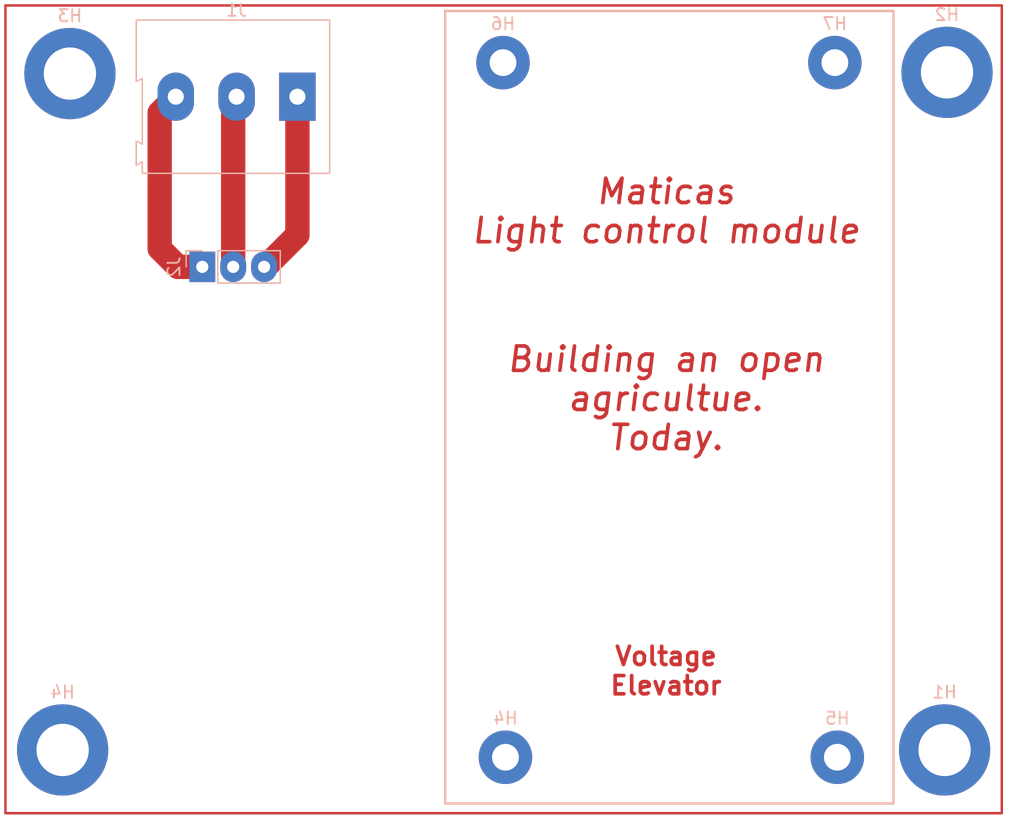
<source format=kicad_pcb>
(kicad_pcb (version 20211014) (generator pcbnew)
  (layers (0 "F.Cu" signal) (31 "B.Cu" signal) (34 "B.Paste" user) (35 "F.Paste" user) (36 "B.SilkS" user "B.Silkscreen") (37 "F.SilkS" user "F.Silkscreen") (38 "B.Mask" user) (39 "F.Mask" user) (44 "Edge.Cuts" user))
  (net 0 "")
  (net 1 "GND5V")
  (net 2 "5V+")
  (net 3 "3.3V SIG")
  (footprint "MountingHole:MountingHole_2.2mm_M2_Pad" (layer "B.Cu") (at 160.58 106.7 180)
    (fp_text reference "H5" (at 0 3.2) (layer "B.SilkS") (effects (justify mirror)))
    (fp_text value "MountingHole")
    (pad "1" thru_hole circle (at 0 0 180) (size 4.4 4.4) (drill 2.2) (layers F&B.Cu *.Mask))
  )
  (footprint "MountingHole:MountingHole_4.3mm_M4_DIN965_Pad" (layer "B.Cu") (at 96.9 106.1 180)
    (fp_text reference "H4" (at 0 4.75) (layer "B.SilkS") (effects (justify mirror)))
    (fp_text value "MountingHole")
    (pad "1" thru_hole circle (at 0 0 180) (size 7.5 7.5) (drill 4.3) (layers *.Cu *.Mask))
  )
  (footprint "MountingHole:MountingHole_4.3mm_M4_DIN965_Pad" (layer "B.Cu") (at 97.5 50.5 180)
    (fp_text reference "H3" (at 0 4.75) (layer "B.SilkS") (effects (justify mirror)))
    (fp_text value "MountingHole")
    (pad "1" thru_hole circle (at 0 0 180) (size 7.5 7.5) (drill 4.3) (layers *.Cu *.Mask))
  )
  (footprint "MountingHole:MountingHole_2.2mm_M2_Pad" (layer "B.Cu") (at 160.38 49.6 180)
    (fp_text reference "H7" (at 0 3.2) (layer "B.SilkS") (effects (justify mirror)))
    (fp_text value "MountingHole")
    (pad "1" thru_hole circle (at 0 0 180) (size 4.4 4.4) (drill 2.2) (layers F&B.Cu *.Mask))
  )
  (footprint "Connector_PinHeader_2.54mm:PinHeader_1x03_P2.54mm_Vertical" (layer "B.Cu") (at 108.38 66.39 -90)
    (fp_text reference "J2" (at 0 2.33 90) (layer "B.SilkS") (effects (justify mirror)))
    (fp_text value "Conn_01x03_Male")
    (fp_line (start -1.33 -1.27) (end -1.33 -6.41) (layer "B.SilkS") (width 0.12))
    (fp_line (start -1.33 -1.27) (end 1.33 -1.27) (layer "B.SilkS") (width 0.12))
    (fp_line (start -1.33 0) (end -1.33 1.33) (layer "B.SilkS") (width 0.12))
    (fp_line (start -1.33 1.33) (end 0 1.33) (layer "B.SilkS") (width 0.12))
    (fp_line (start 1.33 -1.27) (end 1.33 -6.41) (layer "B.SilkS") (width 0.12))
    (fp_line (start -1.33 -6.41) (end 1.33 -6.41) (layer "B.SilkS") (width 0.12))
    (pad "1" thru_hole rect (at 0 0 270) (size 2.5 2.125) (drill 1) (layers *.Cu *.Mask) (net 3 "3.3V SIG"))
    (pad "2" thru_hole oval (at 0 -2.54 270) (size 2.5 2.125) (drill 1) (layers *.Cu *.Mask) (net 2 "5V+"))
    (pad "3" thru_hole oval (at 0 -5.08 270) (size 2.5 2.125) (drill 1) (layers *.Cu *.Mask) (net 1 "GND5V"))
  )
  (footprint "TerminalBlock:TerminalBlock_Altech_AK300-3_P5.00mm" (layer "B.Cu") (at 116.2 52.4 180)
    (fp_text reference "J1" (at 5 7.1) (layer "B.SilkS") (effects (justify mirror)))
    (fp_text value "Screw_Terminal_01x03")
    (fp_line (start 12.75 -5.35) (end 13.25 -5.65) (layer "B.SilkS") (width 0.12))
    (fp_line (start 13.25 6.3) (end -2.65 6.3) (layer "B.SilkS") (width 0.12))
    (fp_line (start -2.65 -6.3) (end 12.75 -6.3) (layer "B.SilkS") (width 0.12))
    (fp_line (start 13.25 -5.65) (end 13.25 -3.65) (layer "B.SilkS") (width 0.12))
    (fp_line (start 12.75 -3.9) (end 12.75 1.5) (layer "B.SilkS") (width 0.12))
    (fp_line (start 12.75 1.5) (end 13.25 1.25) (layer "B.SilkS") (width 0.12))
    (fp_line (start 13.25 -3.65) (end 12.75 -3.9) (layer "B.SilkS") (width 0.12))
    (fp_line (start 12.75 -6.3) (end 12.75 -5.35) (layer "B.SilkS") (width 0.12))
    (fp_line (start 13.25 1.25) (end 13.25 6.3) (layer "B.SilkS") (width 0.12))
    (fp_line (start -2.65 6.3) (end -2.65 -6.3) (layer "B.SilkS") (width 0.12))
    (pad "1" thru_hole rect (at 0 0 180) (size 3 3.96) (drill 1.32) (layers *.Cu *.Mask) (net 1 "GND5V"))
    (pad "2" thru_hole oval (at 5 0 180) (size 3 3.96) (drill 1.32) (layers *.Cu *.Mask) (net 2 "5V+"))
    (pad "3" thru_hole oval (at 10 0 180) (size 3 3.96) (drill 1.32) (layers *.Cu *.Mask) (net 3 "3.3V SIG"))
  )
  (footprint "MountingHole:MountingHole_4.3mm_M4_DIN965_Pad" (layer "B.Cu") (at 169.6 50.4 180)
    (fp_text reference "H2" (at 0 4.75) (layer "B.SilkS") (effects (justify mirror)))
    (fp_text value "MountingHole")
    (pad "1" thru_hole circle (at 0 0 180) (size 7.5 7.5) (drill 4.3) (layers *.Cu *.Mask))
  )
  (footprint "MountingHole:MountingHole_4.3mm_M4_DIN965_Pad" (layer "B.Cu") (at 169.4 106.1 180)
    (fp_text reference "H1" (at 0 4.75) (layer "B.SilkS") (effects (justify mirror)))
    (fp_text value "MountingHole")
    (pad "1" thru_hole circle (at 0 0 180) (size 7.5 7.5) (drill 4.3) (layers *.Cu *.Mask))
  )
  (footprint "MountingHole:MountingHole_2.2mm_M2_Pad" (layer "B.Cu") (at 133.1 49.6 180)
    (fp_text reference "H6" (at 0 3.2) (layer "B.SilkS") (effects (justify mirror)))
    (fp_text value "MountingHole")
    (pad "1" thru_hole circle (at 0 0 180) (size 4.4 4.4) (drill 2.2) (layers F&B.Cu *.Mask))
  )
  (footprint "MountingHole:MountingHole_2.2mm_M2_Pad" (layer "B.Cu") (at 133.3 106.7 180)
    (fp_text reference "H4" (at 0 3.2) (layer "B.SilkS") (effects (justify mirror)))
    (fp_text value "MountingHole")
    (pad "1" thru_hole circle (at 0 0 180) (size 4.4 4.4) (drill 2.2) (layers F&B.Cu *.Mask))
  )
  (gr_rect (start 92.2 111.3) (end 174.1 44.9) (layer "F.Cu") (width 0.2) (fill none))
  (gr_rect (start 128.35 110.5) (end 165.2 45.35) (layer "B.SilkS") (width 0.2) (fill none))
  (gr_text "Maticas\nLight control module" (at 146.5 61.8) (layer "F.Cu") (effects (font (size 2 2) (thickness 0.3) italic)))
  (gr_text "Building an open\nagricultue.\nToday." (at 146.5 77.2) (layer "F.Cu") (effects (font (size 2 2) (thickness 0.3) italic)))
  (gr_text "Voltage\nElevator" (at 146.5 99.6) (layer "F.Cu") (effects (font (size 1.5 1.5) (thickness 0.3))))
  (segment (start 113.46 66.39) (end 113.58 66.39) (width 2) (layer "F.Cu") (net 1))
  (segment (start 116.2 63.77) (end 116.2 52.4) (width 2) (layer "F.Cu") (net 1))
  (segment (start 113.58 66.39) (end 116.2 63.77) (width 2) (layer "F.Cu") (net 1))
  (segment (start 110.92 52.68) (end 111.2 52.4) (width 2) (layer "F.Cu") (net 2))
  (segment (start 110.92 66.39) (end 110.92 52.68) (width 2) (layer "F.Cu") (net 2))
  (segment (start 106.38 66.39) (end 104.88 64.89) (width 2) (layer "F.Cu") (net 3))
  (segment (start 104.88 64.89) (end 104.88 53.72) (width 2) (layer "F.Cu") (net 3))
  (segment (start 104.88 53.72) (end 106.2 52.4) (width 2) (layer "F.Cu") (net 3))
  (segment (start 108.38 66.39) (end 106.38 66.39) (width 2) (layer "F.Cu") (net 3))
)
</source>
